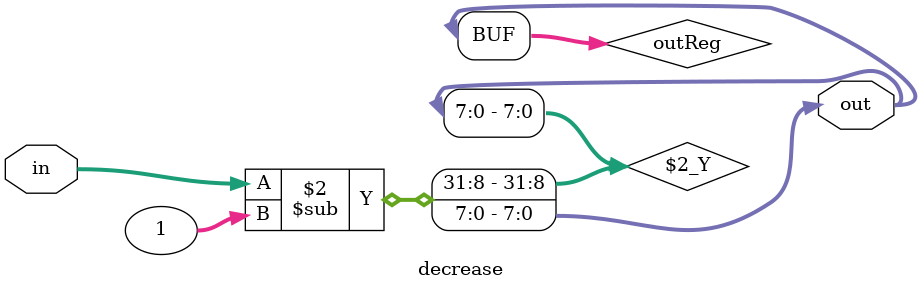
<source format=v>
module decrease#(parameter DATA_SIZE = 8)
                (input [DATA_SIZE-1:0] in, output [DATA_SIZE-1:0] out);
    reg [DATA_SIZE-1:0] outReg;
    
    assign out = outReg;
    
    always @* begin
        outReg = in-1;
    end
endmodule

</source>
